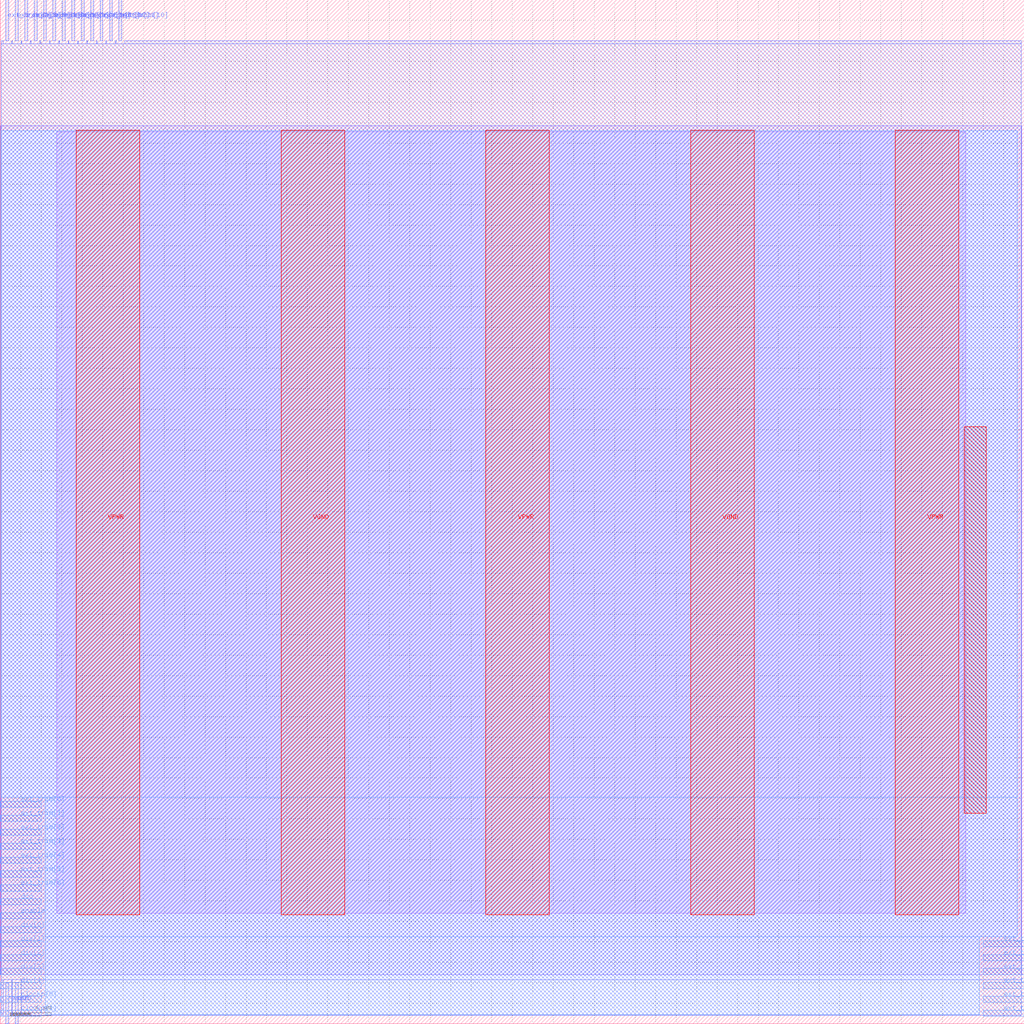
<source format=lef>
VERSION 5.7 ;
  NOWIREEXTENSIONATPIN ON ;
  DIVIDERCHAR "/" ;
  BUSBITCHARS "[]" ;
MACRO dg_pll
  CLASS BLOCK ;
  FOREIGN dg_pll ;
  ORIGIN 0.000 0.000 ;
  SIZE 100.000 BY 100.000 ;
  PIN VGND
    DIRECTION INOUT ;
    USE GROUND ;
    PORT
      LAYER met4 ;
        RECT 27.420 10.640 33.620 87.280 ;
    END
    PORT
      LAYER met4 ;
        RECT 67.420 10.640 73.620 87.280 ;
    END
  END VGND
  PIN VPWR
    DIRECTION INOUT ;
    USE POWER ;
    PORT
      LAYER met4 ;
        RECT 7.420 10.640 13.620 87.280 ;
    END
    PORT
      LAYER met4 ;
        RECT 47.420 10.640 53.620 87.280 ;
    END
    PORT
      LAYER met4 ;
        RECT 87.420 10.640 93.620 87.280 ;
    END
  END VPWR
  PIN clockp[0]
    DIRECTION OUTPUT TRISTATE ;
    USE SIGNAL ;
    PORT
      LAYER met3 ;
        RECT 0.000 2.080 4.000 2.680 ;
    END
  END clockp[0]
  PIN clockp[1]
    DIRECTION OUTPUT TRISTATE ;
    USE SIGNAL ;
    PORT
      LAYER met3 ;
        RECT 0.000 0.720 4.000 1.320 ;
    END
  END clockp[1]
  PIN dco
    DIRECTION INPUT ;
    USE SIGNAL ;
    PORT
      LAYER met3 ;
        RECT 0.000 11.600 4.000 12.200 ;
    END
  END dco
  PIN div[0]
    DIRECTION INPUT ;
    USE SIGNAL ;
    PORT
      LAYER met3 ;
        RECT 0.000 8.880 4.000 9.480 ;
    END
  END div[0]
  PIN div[1]
    DIRECTION INPUT ;
    USE SIGNAL ;
    PORT
      LAYER met3 ;
        RECT 0.000 7.520 4.000 8.120 ;
    END
  END div[1]
  PIN div[2]
    DIRECTION INPUT ;
    USE SIGNAL ;
    PORT
      LAYER met3 ;
        RECT 0.000 6.160 4.000 6.760 ;
    END
  END div[2]
  PIN div[3]
    DIRECTION INPUT ;
    USE SIGNAL ;
    PORT
      LAYER met3 ;
        RECT 0.000 4.800 4.000 5.400 ;
    END
  END div[3]
  PIN div[4]
    DIRECTION INPUT ;
    USE SIGNAL ;
    PORT
      LAYER met3 ;
        RECT 0.000 3.440 4.000 4.040 ;
    END
  END div[4]
  PIN enable
    DIRECTION INPUT ;
    USE SIGNAL ;
    PORT
      LAYER met3 ;
        RECT 0.000 10.240 4.000 10.840 ;
    END
  END enable
  PIN ext_trim[0]
    DIRECTION INPUT ;
    USE SIGNAL ;
    PORT
      LAYER met3 ;
        RECT 0.000 21.120 4.000 21.720 ;
    END
  END ext_trim[0]
  PIN ext_trim[10]
    DIRECTION INPUT ;
    USE SIGNAL ;
    PORT
      LAYER met2 ;
        RECT 11.590 96.000 11.870 100.000 ;
    END
  END ext_trim[10]
  PIN ext_trim[11]
    DIRECTION INPUT ;
    USE SIGNAL ;
    PORT
      LAYER met2 ;
        RECT 10.670 96.000 10.950 100.000 ;
    END
  END ext_trim[11]
  PIN ext_trim[12]
    DIRECTION INPUT ;
    USE SIGNAL ;
    PORT
      LAYER met2 ;
        RECT 9.750 96.000 10.030 100.000 ;
    END
  END ext_trim[12]
  PIN ext_trim[13]
    DIRECTION INPUT ;
    USE SIGNAL ;
    PORT
      LAYER met2 ;
        RECT 8.830 96.000 9.110 100.000 ;
    END
  END ext_trim[13]
  PIN ext_trim[14]
    DIRECTION INPUT ;
    USE SIGNAL ;
    PORT
      LAYER met2 ;
        RECT 7.910 96.000 8.190 100.000 ;
    END
  END ext_trim[14]
  PIN ext_trim[15]
    DIRECTION INPUT ;
    USE SIGNAL ;
    PORT
      LAYER met2 ;
        RECT 6.990 96.000 7.270 100.000 ;
    END
  END ext_trim[15]
  PIN ext_trim[16]
    DIRECTION INPUT ;
    USE SIGNAL ;
    PORT
      LAYER met2 ;
        RECT 6.070 96.000 6.350 100.000 ;
    END
  END ext_trim[16]
  PIN ext_trim[17]
    DIRECTION INPUT ;
    USE SIGNAL ;
    PORT
      LAYER met2 ;
        RECT 5.150 96.000 5.430 100.000 ;
    END
  END ext_trim[17]
  PIN ext_trim[18]
    DIRECTION INPUT ;
    USE SIGNAL ;
    PORT
      LAYER met2 ;
        RECT 4.230 96.000 4.510 100.000 ;
    END
  END ext_trim[18]
  PIN ext_trim[19]
    DIRECTION INPUT ;
    USE SIGNAL ;
    PORT
      LAYER met2 ;
        RECT 3.310 96.000 3.590 100.000 ;
    END
  END ext_trim[19]
  PIN ext_trim[1]
    DIRECTION INPUT ;
    USE SIGNAL ;
    PORT
      LAYER met3 ;
        RECT 0.000 19.760 4.000 20.360 ;
    END
  END ext_trim[1]
  PIN ext_trim[20]
    DIRECTION INPUT ;
    USE SIGNAL ;
    PORT
      LAYER met3 ;
        RECT 96.000 7.520 100.000 8.120 ;
    END
  END ext_trim[20]
  PIN ext_trim[21]
    DIRECTION INPUT ;
    USE SIGNAL ;
    PORT
      LAYER met3 ;
        RECT 96.000 6.160 100.000 6.760 ;
    END
  END ext_trim[21]
  PIN ext_trim[22]
    DIRECTION INPUT ;
    USE SIGNAL ;
    PORT
      LAYER met3 ;
        RECT 96.000 4.800 100.000 5.400 ;
    END
  END ext_trim[22]
  PIN ext_trim[23]
    DIRECTION INPUT ;
    USE SIGNAL ;
    PORT
      LAYER met3 ;
        RECT 96.000 3.440 100.000 4.040 ;
    END
  END ext_trim[23]
  PIN ext_trim[24]
    DIRECTION INPUT ;
    USE SIGNAL ;
    PORT
      LAYER met3 ;
        RECT 96.000 2.080 100.000 2.680 ;
    END
  END ext_trim[24]
  PIN ext_trim[25]
    DIRECTION INPUT ;
    USE SIGNAL ;
    PORT
      LAYER met3 ;
        RECT 96.000 0.720 100.000 1.320 ;
    END
  END ext_trim[25]
  PIN ext_trim[2]
    DIRECTION INPUT ;
    USE SIGNAL ;
    PORT
      LAYER met3 ;
        RECT 0.000 18.400 4.000 19.000 ;
    END
  END ext_trim[2]
  PIN ext_trim[3]
    DIRECTION INPUT ;
    USE SIGNAL ;
    PORT
      LAYER met3 ;
        RECT 0.000 17.040 4.000 17.640 ;
    END
  END ext_trim[3]
  PIN ext_trim[4]
    DIRECTION INPUT ;
    USE SIGNAL ;
    PORT
      LAYER met3 ;
        RECT 0.000 15.680 4.000 16.280 ;
    END
  END ext_trim[4]
  PIN ext_trim[5]
    DIRECTION INPUT ;
    USE SIGNAL ;
    PORT
      LAYER met3 ;
        RECT 0.000 14.320 4.000 14.920 ;
    END
  END ext_trim[5]
  PIN ext_trim[6]
    DIRECTION INPUT ;
    USE SIGNAL ;
    PORT
      LAYER met3 ;
        RECT 0.000 12.960 4.000 13.560 ;
    END
  END ext_trim[6]
  PIN ext_trim[7]
    DIRECTION INPUT ;
    USE SIGNAL ;
    PORT
      LAYER met2 ;
        RECT 0.550 96.000 0.830 100.000 ;
    END
  END ext_trim[7]
  PIN ext_trim[8]
    DIRECTION INPUT ;
    USE SIGNAL ;
    PORT
      LAYER met2 ;
        RECT 1.470 96.000 1.750 100.000 ;
    END
  END ext_trim[8]
  PIN ext_trim[9]
    DIRECTION INPUT ;
    USE SIGNAL ;
    PORT
      LAYER met2 ;
        RECT 2.390 96.000 2.670 100.000 ;
    END
  END ext_trim[9]
  PIN osc
    DIRECTION INPUT ;
    USE SIGNAL ;
    PORT
      LAYER met2 ;
        RECT 1.470 0.000 1.750 4.000 ;
    END
  END osc
  PIN resetb
    DIRECTION INPUT ;
    USE SIGNAL ;
    PORT
      LAYER met2 ;
        RECT 0.550 0.000 0.830 4.000 ;
    END
  END resetb
  OBS
      LAYER li1 ;
        RECT 5.520 10.795 94.300 87.125 ;
      LAYER met1 ;
        RECT 0.070 4.800 99.750 87.680 ;
      LAYER met2 ;
        RECT 0.090 95.720 0.270 96.000 ;
        RECT 1.110 95.720 1.190 96.000 ;
        RECT 2.030 95.720 2.110 96.000 ;
        RECT 2.950 95.720 3.030 96.000 ;
        RECT 3.870 95.720 3.950 96.000 ;
        RECT 4.790 95.720 4.870 96.000 ;
        RECT 5.710 95.720 5.790 96.000 ;
        RECT 6.630 95.720 6.710 96.000 ;
        RECT 7.550 95.720 7.630 96.000 ;
        RECT 8.470 95.720 8.550 96.000 ;
        RECT 9.390 95.720 9.470 96.000 ;
        RECT 10.310 95.720 10.390 96.000 ;
        RECT 11.230 95.720 11.310 96.000 ;
        RECT 12.150 95.720 99.720 96.000 ;
        RECT 0.090 4.280 99.720 95.720 ;
        RECT 0.090 0.835 0.270 4.280 ;
        RECT 1.110 0.835 1.190 4.280 ;
        RECT 2.030 0.835 99.720 4.280 ;
      LAYER met3 ;
        RECT 0.065 22.120 99.295 87.205 ;
        RECT 4.400 8.520 99.295 22.120 ;
        RECT 4.400 0.855 95.600 8.520 ;
      LAYER met4 ;
        RECT 94.135 20.575 96.305 58.305 ;
  END
END dg_pll
END LIBRARY


</source>
